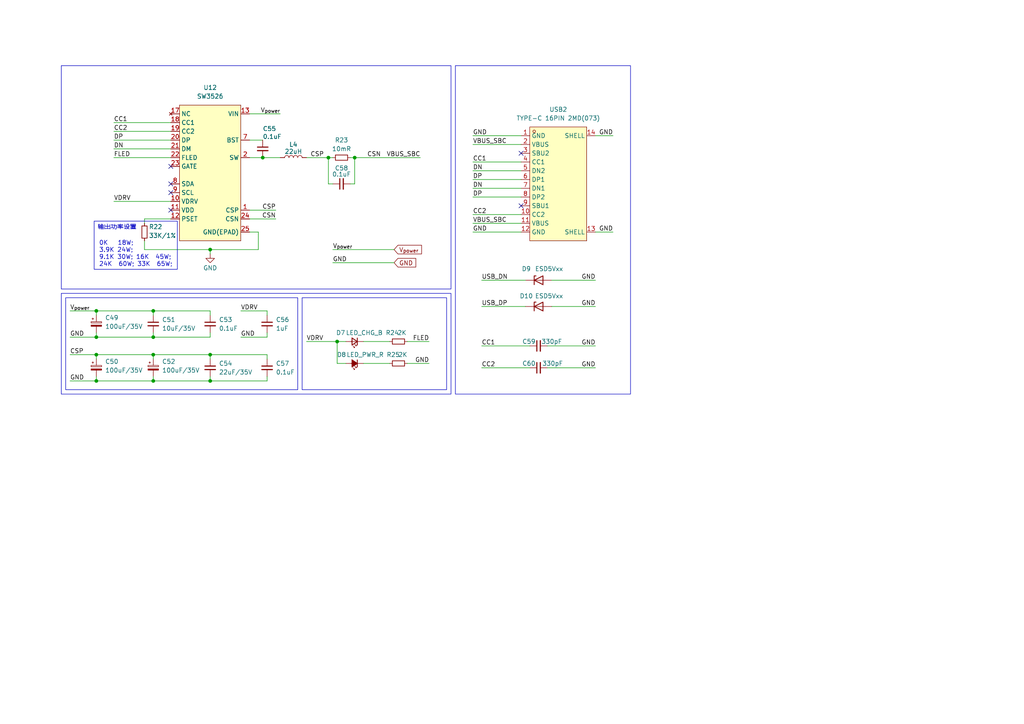
<source format=kicad_sch>
(kicad_sch (version 20231120) (generator "eeschema") (generator_version "8.0")
  (paper "A4")
  (lib_symbols
    (symbol "Device:C_Polarized_Small" (pin_numbers hide) (pin_names (offset 0.254) hide)
      (property "Reference" "C" (at 0.254 1.778 0))
      (property "Value" "C_Polarized_Small" (at 0.254 -2.032 0))
      (symbol "C_Polarized_Small_0_1"
        (rectangle (start -1.524 -0.3048) (end 1.524 -0.6858) (fill (type outline)))
        (rectangle (start -1.524 0.6858) (end 1.524 0.3048))
        (polyline (pts (xy -1.27 1.524) (xy -0.762 1.524)))
        (polyline (pts (xy -1.016 1.27) (xy -1.016 1.778)))
      )
      (symbol "C_Polarized_Small_1_1"
        (pin passive line (at 0 2.54 270) (length 1.8542) (name "~") (number "1"))
        (pin passive line (at 0 -2.54 90) (length 1.8542) (name "~") (number "2"))
      )
    )
    (symbol "Device:C_Small" (pin_numbers hide) (pin_names (offset 0.254) hide)
      (property "Reference" "C" (at 0.254 1.778 0))
      (property "Value" "C_Small" (at 0.254 -2.032 0))
      (symbol "C_Small_0_1"
        (polyline (pts (xy -1.524 -0.508) (xy 1.524 -0.508)) (stroke (width 0.3302)))
        (polyline (pts (xy -1.524 0.508) (xy 1.524 0.508)) (stroke (width 0.3048)))
      )
      (symbol "C_Small_1_1"
        (pin passive line (at 0 2.54 270) (length 2.032) (name "~") (number "1"))
        (pin passive line (at 0 -2.54 90) (length 2.032) (name "~") (number "2"))
      )
    )
    (symbol "Device:L" (pin_numbers hide) (pin_names (offset 1.016) hide)
      (property "Reference" "L" (at -1.27 0 90))
      (property "Value" "L" (at 1.905 0 90))
      (symbol "L_0_1"
        (arc (start 0 -2.54) (mid 0.6323 -1.905) (end 0 -1.27))
        (arc (start 0 -1.27) (mid 0.6323 -0.635) (end 0 0))
        (arc (start 0 0) (mid 0.6323 0.635) (end 0 1.27))
        (arc (start 0 1.27) (mid 0.6323 1.905) (end 0 2.54))
      )
      (symbol "L_1_1"
        (pin passive line (at 0 3.81 270) (length 1.27) (name "1") (number "1"))
        (pin passive line (at 0 -3.81 90) (length 1.27) (name "2") (number "2"))
      )
    )
    (symbol "Device:LED_Small" (pin_numbers hide) (pin_names (offset 0.254) hide)
      (property "Reference" "D" (at -1.27 3.175 0))
      (property "Value" "LED_Small" (at -4.445 -2.54 0))
      (symbol "LED_Small_0_1"
        (polyline (pts (xy -0.762 -1.016) (xy -0.762 1.016)) (stroke (width 0.254)))
        (polyline (pts (xy 1.016 0) (xy -0.762 0)))
        (polyline (pts (xy 0.762 -1.016) (xy -0.762 0) (xy 0.762 1.016) (xy 0.762 -1.016)) (stroke (width 0.254)))
        (polyline (pts (xy 0 0.762) (xy -0.508 1.27) (xy -0.254 1.27) (xy -0.508 1.27) (xy -0.508 1.016)))
        (polyline (pts (xy 0.508 1.27) (xy 0 1.778) (xy 0.254 1.778) (xy 0 1.778) (xy 0 1.524)))
      )
      (symbol "LED_Small_1_1"
        (pin passive line (at -2.54 0 0) (length 1.778) (name "K") (number "1"))
        (pin passive line (at 2.54 0 180) (length 1.778) (name "A") (number "2"))
      )
    )
    (symbol "Device:LED_Small_Filled" (pin_numbers hide) (pin_names (offset 0.254) hide)
      (property "Reference" "D" (at -1.27 3.175 0))
      (property "Value" "LED_Small_Filled" (at -4.445 -2.54 0))
      (symbol "LED_Small_Filled_0_1"
        (polyline (pts (xy -0.762 -1.016) (xy -0.762 1.016)) (stroke (width 0.254)))
        (polyline (pts (xy 1.016 0) (xy -0.762 0)))
        (polyline (pts (xy 0.762 -1.016) (xy -0.762 0) (xy 0.762 1.016) (xy 0.762 -1.016)) (stroke (width 0.254)) (fill (type outline)))
        (polyline (pts (xy 0 0.762) (xy -0.508 1.27) (xy -0.254 1.27) (xy -0.508 1.27) (xy -0.508 1.016)))
        (polyline (pts (xy 0.508 1.27) (xy 0 1.778) (xy 0.254 1.778) (xy 0 1.778) (xy 0 1.524)))
      )
      (symbol "LED_Small_Filled_1_1"
        (pin passive line (at -2.54 0 0) (length 1.778) (name "K") (number "1"))
        (pin passive line (at 2.54 0 180) (length 1.778) (name "A") (number "2"))
      )
    )
    (symbol "Device:R_Small" (pin_numbers hide) (pin_names (offset 0.254) hide)
      (property "Reference" "R" (at 0.762 0.508 0))
      (property "Value" "R_Small" (at 0.762 -1.016 0))
      (symbol "R_Small_0_1"
        (rectangle (start -0.762 1.778) (end 0.762 -1.778) (stroke (width 0.2032)))
      )
      (symbol "R_Small_1_1"
        (pin passive line (at 0 2.54 270) (length 0.762) (name "~") (number "1"))
        (pin passive line (at 0 -2.54 90) (length 0.762) (name "~") (number "2"))
      )
    )
    (symbol "Diode:ESD5Zxx" (pin_numbers hide) (pin_names hide)
      (property "Reference" "D" (at 0 2.54 0))
      (property "Value" "ESD5Zxx" (at 0 -2.54 0))
      (symbol "ESD5Zxx_0_1"
        (polyline (pts (xy 1.27 0) (xy -1.27 0)))
        (polyline (pts (xy -1.27 -1.27) (xy -1.27 1.27) (xy -0.762 1.27)) (stroke (width 0.254)))
        (polyline (pts (xy 1.27 -1.27) (xy 1.27 1.27) (xy -1.27 0) (xy 1.27 -1.27)) (stroke (width 0.254)))
      )
      (symbol "ESD5Zxx_1_1"
        (pin passive line (at -3.81 0 0) (length 2.54) (name "K") (number "1"))
        (pin passive line (at 3.81 0 180) (length 2.54) (name "A") (number "2"))
      )
    )
    (symbol "easyeda2kicad:SW3526"
      (property "Reference" "U" (at -8.382 21.336 0))
      (property "Value" "SW3526" (at 5.08 21.336 0))
      (symbol "SW3526_0_0"
        (pin bidirectional line (at 11.43 -10.16 180) (length 2.54) (name "CSP") (number "1"))
        (pin bidirectional line (at -11.43 -7.62 0) (length 2.54) (name "VDRV") (number "10"))
        (pin bidirectional line (at -11.43 -10.16 0) (length 2.54) (name "VDD") (number "11"))
        (pin bidirectional line (at -11.43 -12.7 0) (length 2.54) (name "PSET") (number "12"))
        (pin power_in line (at 11.43 17.78 180) (length 2.54) (name "VIN") (number "13"))
        (pin no_connect line (at -11.43 17.78 0) (length 2.54) (name "NC") (number "17"))
        (pin bidirectional line (at -11.43 15.24 0) (length 2.54) (name "CC1") (number "18"))
        (pin bidirectional line (at -11.43 12.7 0) (length 2.54) (name "CC2") (number "19"))
        (pin bidirectional line (at -11.43 10.16 0) (length 2.54) (name "DP") (number "20"))
        (pin bidirectional line (at -11.43 7.62 0) (length 2.54) (name "DM") (number "21"))
        (pin bidirectional line (at -11.43 5.08 0) (length 2.54) (name "FLED") (number "22"))
        (pin bidirectional line (at -11.43 2.54 0) (length 2.54) (name "GATE") (number "23"))
        (pin bidirectional line (at 11.43 -12.7 180) (length 2.54) (name "CSN") (number "24"))
        (pin bidirectional line (at 11.43 10.16 180) (length 2.54) (name "BST") (number "7"))
        (pin bidirectional line (at -11.43 -2.54 0) (length 2.54) (name "SDA") (number "8"))
        (pin bidirectional line (at -11.43 -5.08 0) (length 2.54) (name "SCL") (number "9"))
      )
      (symbol "SW3526_1_0"
        (pin power_in line (at 11.43 17.78 180) (length 2.54) hide (name "VIN") (number "14"))
        (pin power_in line (at 11.43 17.78 180) (length 2.54) hide (name "VIN") (number "15"))
        (pin power_in line (at 11.43 17.78 180) (length 2.54) hide (name "VIN") (number "16"))
        (pin power_out line (at 11.43 5.08 180) (length 2.54) (name "SW") (number "2"))
        (pin power_out line (at 11.43 -16.51 180) (length 2.54) (name "GND(EPAD)") (number "25"))
        (pin power_out line (at 11.43 5.08 180) (length 2.54) hide (name "SW") (number "3"))
        (pin power_out line (at 11.43 5.08 180) (length 2.54) hide (name "SW") (number "4"))
        (pin power_out line (at 11.43 5.08 180) (length 2.54) hide (name "SW") (number "5"))
        (pin power_out line (at 11.43 5.08 180) (length 2.54) hide (name "SW") (number "6"))
      )
      (symbol "SW3526_1_1"
        (rectangle (start -8.89 20.32) (end 8.89 -19.05) (fill (type background)))
      )
    )
    (symbol "easyeda2kicad:TYPE-C16PIN2MD(073)"
      (property "Reference" "USB" (at 0 19.05 0))
      (property "Value" "TYPE-C 16PIN 2MD(073)" (at 0 -19.05 0))
      (symbol "TYPE-C16PIN2MD(073)_0_1"
        (rectangle (start -8.89 16.51) (end 7.62 -16.51) (fill (type background)))
        (circle (center -7.62 15.24) (radius 0.38))
        (pin bidirectional line (at -11.43 13.97 0) (length 2.54) (name "GND") (number "1"))
        (pin bidirectional line (at -11.43 -8.89 0) (length 2.54) (name "CC2") (number "10"))
        (pin bidirectional line (at -11.43 -11.43 0) (length 2.54) (name "VBUS") (number "11"))
        (pin bidirectional line (at -11.43 -13.97 0) (length 2.54) (name "GND") (number "12"))
        (pin bidirectional line (at 10.16 -13.97 180) (length 2.54) (name "SHELL") (number "13"))
        (pin bidirectional line (at 10.16 13.97 180) (length 2.54) (name "SHELL") (number "14"))
        (pin bidirectional line (at -11.43 11.43 0) (length 2.54) (name "VBUS") (number "2"))
        (pin bidirectional line (at -11.43 8.89 0) (length 2.54) (name "SBU2") (number "3"))
        (pin bidirectional line (at -11.43 6.35 0) (length 2.54) (name "CC1") (number "4"))
        (pin bidirectional line (at -11.43 3.81 0) (length 2.54) (name "DN2") (number "5"))
        (pin bidirectional line (at -11.43 1.27 0) (length 2.54) (name "DP1") (number "6"))
        (pin bidirectional line (at -11.43 -1.27 0) (length 2.54) (name "DN1") (number "7"))
        (pin bidirectional line (at -11.43 -3.81 0) (length 2.54) (name "DP2") (number "8"))
        (pin bidirectional line (at -11.43 -6.35 0) (length 2.54) (name "SBU1") (number "9"))
      )
    )
    (symbol "power:GND" (power) (pin_numbers hide) (pin_names (offset 0) hide)
      (property "Value" "GND" (at 0 -3.81 0))
      (symbol "GND_0_1"
        (polyline (pts (xy 0 0) (xy 0 -1.27) (xy 1.27 -1.27) (xy 0 -2.54) (xy -1.27 -1.27) (xy 0 -1.27)))
      )
      (symbol "GND_1_1"
        (pin power_in line (at 0 0 270) (length 0) (name "~") (number "1"))
      )
    )
  )
  (junction (at 44.45 90.17))
  (junction (at 60.96 110.49))
  (junction (at 76.2 45.72))
  (junction (at 44.45 102.87))
  (junction (at 102.87 45.72))
  (junction (at 27.94 102.87))
  (junction (at 27.94 97.79))
  (junction (at 60.96 72.39))
  (junction (at 95.25 45.72))
  (junction (at 44.45 110.49))
  (junction (at 44.45 97.79))
  (junction (at 60.96 102.87))
  (junction (at 97.79 99.06))
  (junction (at 27.94 90.17))
  (junction (at 27.94 110.49))
  (no_connect (at 49.53 55.88))
  (no_connect (at 49.53 60.96))
  (no_connect (at 49.53 53.34))
  (no_connect (at 151.13 44.45))
  (no_connect (at 49.53 48.26))
  (no_connect (at 151.13 59.69))
  (wire (pts (xy 33.02 38.1) (xy 49.53 38.1)))
  (wire (pts (xy 97.79 99.06) (xy 100.33 99.06)))
  (wire (pts (xy 33.02 35.56) (xy 49.53 35.56)))
  (wire (pts (xy 27.94 109.22) (xy 27.94 110.49)))
  (wire (pts (xy 139.7 100.33) (xy 153.67 100.33)))
  (wire (pts (xy 158.75 100.33) (xy 172.72 100.33)))
  (wire (pts (xy 60.96 96.52) (xy 60.96 97.79)))
  (wire (pts (xy 77.47 109.22) (xy 77.47 110.49)))
  (wire (pts (xy 69.85 97.79) (xy 77.47 97.79)))
  (wire (pts (xy 20.32 90.17) (xy 27.94 90.17)))
  (wire (pts (xy 158.75 106.68) (xy 172.72 106.68)))
  (wire (pts (xy 105.41 99.06) (xy 113.03 99.06)))
  (wire (pts (xy 60.96 102.87) (xy 60.96 104.14)))
  (wire (pts (xy 101.6 45.72) (xy 102.87 45.72)))
  (wire (pts (xy 72.39 33.02) (xy 81.28 33.02)))
  (wire (pts (xy 33.02 40.64) (xy 49.53 40.64)))
  (wire (pts (xy 44.45 110.49) (xy 60.96 110.49)))
  (wire (pts (xy 44.45 90.17) (xy 60.96 90.17)))
  (wire (pts (xy 27.94 102.87) (xy 44.45 102.87)))
  (wire (pts (xy 137.16 52.07) (xy 151.13 52.07)))
  (wire (pts (xy 160.02 88.9) (xy 172.72 88.9)))
  (wire (pts (xy 172.72 39.37) (xy 177.8 39.37)))
  (wire (pts (xy 44.45 102.87) (xy 44.45 104.14)))
  (wire (pts (xy 72.39 63.5) (xy 80.01 63.5)))
  (wire (pts (xy 41.91 69.85) (xy 41.91 72.39)))
  (wire (pts (xy 27.94 110.49) (xy 44.45 110.49)))
  (wire (pts (xy 72.39 40.64) (xy 76.2 40.64)))
  (wire (pts (xy 60.96 110.49) (xy 77.47 110.49)))
  (wire (pts (xy 102.87 53.34) (xy 102.87 45.72)))
  (wire (pts (xy 96.52 53.34) (xy 95.25 53.34)))
  (wire (pts (xy 27.94 102.87) (xy 27.94 104.14)))
  (wire (pts (xy 44.45 96.52) (xy 44.45 97.79)))
  (wire (pts (xy 72.39 60.96) (xy 80.01 60.96)))
  (wire (pts (xy 96.52 76.2) (xy 114.3 76.2)))
  (wire (pts (xy 49.53 63.5) (xy 41.91 63.5)))
  (wire (pts (xy 60.96 72.39) (xy 74.93 72.39)))
  (wire (pts (xy 139.7 106.68) (xy 153.67 106.68)))
  (wire (pts (xy 95.25 45.72) (xy 95.25 53.34)))
  (wire (pts (xy 88.9 99.06) (xy 97.79 99.06)))
  (wire (pts (xy 44.45 90.17) (xy 44.45 91.44)))
  (wire (pts (xy 77.47 90.17) (xy 77.47 91.44)))
  (wire (pts (xy 101.6 53.34) (xy 102.87 53.34)))
  (wire (pts (xy 96.52 72.39) (xy 114.3 72.39)))
  (wire (pts (xy 60.96 90.17) (xy 60.96 91.44)))
  (wire (pts (xy 20.32 97.79) (xy 27.94 97.79)))
  (wire (pts (xy 27.94 96.52) (xy 27.94 97.79)))
  (wire (pts (xy 41.91 63.5) (xy 41.91 64.77)))
  (wire (pts (xy 77.47 96.52) (xy 77.47 97.79)))
  (wire (pts (xy 118.11 99.06) (xy 124.46 99.06)))
  (wire (pts (xy 27.94 90.17) (xy 27.94 91.44)))
  (wire (pts (xy 33.02 45.72) (xy 49.53 45.72)))
  (wire (pts (xy 137.16 49.53) (xy 151.13 49.53)))
  (wire (pts (xy 100.33 105.41) (xy 97.79 105.41)))
  (wire (pts (xy 60.96 109.22) (xy 60.96 110.49)))
  (wire (pts (xy 137.16 54.61) (xy 151.13 54.61)))
  (wire (pts (xy 172.72 67.31) (xy 177.8 67.31)))
  (wire (pts (xy 27.94 97.79) (xy 44.45 97.79)))
  (wire (pts (xy 20.32 110.49) (xy 27.94 110.49)))
  (wire (pts (xy 76.2 45.72) (xy 81.28 45.72)))
  (wire (pts (xy 137.16 57.15) (xy 151.13 57.15)))
  (wire (pts (xy 60.96 73.66) (xy 60.96 72.39)))
  (wire (pts (xy 72.39 45.72) (xy 76.2 45.72)))
  (wire (pts (xy 77.47 102.87) (xy 77.47 104.14)))
  (wire (pts (xy 44.45 109.22) (xy 44.45 110.49)))
  (wire (pts (xy 95.25 45.72) (xy 96.52 45.72)))
  (wire (pts (xy 137.16 64.77) (xy 151.13 64.77)))
  (wire (pts (xy 118.11 105.41) (xy 124.46 105.41)))
  (wire (pts (xy 137.16 39.37) (xy 151.13 39.37)))
  (wire (pts (xy 44.45 97.79) (xy 60.96 97.79)))
  (wire (pts (xy 44.45 102.87) (xy 60.96 102.87)))
  (wire (pts (xy 105.41 105.41) (xy 113.03 105.41)))
  (wire (pts (xy 41.91 72.39) (xy 60.96 72.39)))
  (wire (pts (xy 74.93 67.31) (xy 72.39 67.31)))
  (wire (pts (xy 139.7 81.28) (xy 152.4 81.28)))
  (wire (pts (xy 20.32 102.87) (xy 27.94 102.87)))
  (wire (pts (xy 88.9 45.72) (xy 95.25 45.72)))
  (wire (pts (xy 33.02 43.18) (xy 49.53 43.18)))
  (wire (pts (xy 139.7 88.9) (xy 152.4 88.9)))
  (wire (pts (xy 27.94 90.17) (xy 44.45 90.17)))
  (wire (pts (xy 74.93 72.39) (xy 74.93 67.31)))
  (wire (pts (xy 97.79 99.06) (xy 97.79 105.41)))
  (wire (pts (xy 160.02 81.28) (xy 172.72 81.28)))
  (wire (pts (xy 60.96 102.87) (xy 77.47 102.87)))
  (wire (pts (xy 137.16 46.99) (xy 151.13 46.99)))
  (wire (pts (xy 137.16 62.23) (xy 151.13 62.23)))
  (wire (pts (xy 137.16 41.91) (xy 151.13 41.91)))
  (wire (pts (xy 33.02 58.42) (xy 49.53 58.42)))
  (wire (pts (xy 102.87 45.72) (xy 121.92 45.72)))
  (wire (pts (xy 69.85 90.17) (xy 77.47 90.17)))
  (wire (pts (xy 137.16 67.31) (xy 151.13 67.31)))
  (text_box "" (at 19.05 86.36 0) (size 67.31 26.67) (effects (font (size 1.27 1.27)) (justify left top)))
  (text_box "" (at 87.63 86.36 0) (size 41.91 26.67) (effects (font (size 1.27 1.27)) (justify left top)))
  (text_box "输出功率设置" (at 27.305 64.135 0) (size 24.13 13.97) (effects (font (size 1.27 1.27)) (justify left top)))
  (text_box "" (at 132.08 19.05 0) (size 50.8 95.25) (effects (font (size 1.27 1.27)) (justify left top)))
  (text_box "" (at 17.78 85.09 0) (size 113.03 29.21) (effects (font (size 1.27 1.27)) (justify left top)))
  (text_box "" (at 17.78 19.05 0) (size 113.03 64.77) (effects (font (size 1.27 1.27)) (justify left top)))
  (text "0K   18W;\n3.9K 24W;\n9.1K 30W; 16K  45W;\n24K  60W; 33K  65W;" (at 28.702 73.66 0) (effects (font (size 1.27 1.27)) (justify left)))
  (label "DP" (at 137.16 52.07 0))
  (label "GND" (at 172.72 81.28 180))
  (label "FLED" (at 124.46 99.06 180))
  (label "DN" (at 137.16 49.53 0))
  (label "GND" (at 172.72 100.33 180))
  (label "DN" (at 137.16 54.61 0))
  (label "VDRV" (at 88.9 99.06 0))
  (label "GND" (at 96.52 76.2 0))
  (label "USB_DP" (at 139.7 88.9 0))
  (label "CC2" (at 33.02 38.1 0))
  (label "USB_DN" (at 139.7 81.28 0))
  (label "GND" (at 137.16 39.37 0))
  (label "GND" (at 137.16 67.31 0))
  (label "GND" (at 124.46 105.41 180))
  (label "FLED" (at 33.02 45.72 0))
  (label "V_{power}" (at 20.32 90.17 0) (effects (font (thickness 0.1588))))
  (label "VBUS_SBC" (at 137.16 64.77 0))
  (label "GND" (at 69.85 97.79 0))
  (label "GND" (at 177.8 39.37 180))
  (label "GND" (at 20.32 97.79 0))
  (label "V_{power}" (at 81.28 33.02 180) (effects (font (thickness 0.1588))))
  (label "CC2" (at 137.16 62.23 0))
  (label "VDRV" (at 69.85 90.17 0))
  (label "V_{power}" (at 96.52 72.39 0) (effects (font (thickness 0.1588))))
  (label "DP" (at 33.02 40.64 0))
  (label "CSP" (at 80.01 60.96 180))
  (label "CC1" (at 139.7 100.33 0))
  (label "CSN" (at 80.01 63.5 180))
  (label "VDRV" (at 33.02 58.42 0))
  (label "VBUS_SBC" (at 121.92 45.72 180))
  (label "DP" (at 137.16 57.15 0))
  (label "CSP" (at 20.32 102.87 0))
  (label "CC2" (at 139.7 106.68 0))
  (label "GND" (at 20.32 110.49 0))
  (label "DN" (at 33.02 43.18 0))
  (label "GND" (at 172.72 106.68 180))
  (label "CSP" (at 93.98 45.72 180))
  (label "GND" (at 172.72 88.9 180))
  (label "VBUS_SBC" (at 137.16 41.91 0))
  (label "GND" (at 177.8 67.31 180))
  (label "CC1" (at 137.16 46.99 0))
  (label "CSN" (at 110.49 45.72 180))
  (label "CC1" (at 33.02 35.56 0))
  (global_label "V_{power}" (shape input) (at 114.3 72.39 0) (property "Intersheetrefs" "${INTERSHEET_REFS}" (effects (hide yes))))
  (global_label "GND" (shape input) (at 114.3 76.2 0) (property "Intersheetrefs" "${INTERSHEET_REFS}" (effects (hide yes))))
  (symbol (lib_id "Device:R_Small") (at 41.91 67.31 0) (unit 1)
    (property "Reference" "R22" (at 43.18 65.786 0) (effects (justify left)))
    (property "Value" "33K/1%" (at 43.18 68.326 0) (effects (justify left)))
    (property "Footprint" "Resistor_SMD:R_0402_1005Metric" (effects (hide yes)))
    (property "Description" "Resistor, small symbol" (effects (hide yes)))
  )
  (symbol (lib_id "easyeda2kicad:SW3526") (at 60.96 50.8 0) (unit 1)
    (property "Reference" "U12" (at 60.96 25.4 0))
    (property "Value" "SW3526" (at 60.96 27.94 0))
    (property "Footprint" "Package_DFN_QFN:QFN-24-1EP_4x4mm_P0.5mm_EP2.5x2.5mm" (effects (hide yes)))
  )
  (symbol (lib_id "Device:C_Small") (at 156.21 100.33 90) (unit 1)
    (property "Reference" "C59" (at 153.416 99.06 90))
    (property "Value" "330pF" (at 160.02 99.06 90))
    (property "Footprint" "Capacitor_SMD:C_0402_1005Metric" (effects (hide yes)))
    (property "Description" "Unpolarized capacitor, small symbol" (effects (hide yes)))
  )
  (symbol (lib_id "Device:C_Small") (at 156.21 106.68 90) (unit 1)
    (property "Reference" "C60" (at 153.416 105.41 90))
    (property "Value" "330pF" (at 160.274 105.41 90))
    (property "Footprint" "Capacitor_SMD:C_0402_1005Metric" (effects (hide yes)))
    (property "Description" "Unpolarized capacitor, small symbol" (effects (hide yes)))
  )
  (symbol (lib_id "easyeda2kicad:TYPE-C16PIN2MD(073)") (at 162.56 53.34 0) (unit 1)
    (property "Reference" "USB2" (at 161.925 31.75 0))
    (property "Value" "TYPE-C 16PIN 2MD(073)" (at 161.925 34.29 0))
    (property "Footprint" "easyeda2kicad:USB-C-SMD_TYPE-C-6PIN-2MD-073" (effects (hide yes)))
    (property "Manufacturer" "SHOU HAN(首韩)" (effects (hide yes)))
    (property "LCSC Part" "C2765186" (effects (hide yes)))
    (property "JLC Part" "Extended Part" (effects (hide yes)))
  )
  (symbol (lib_id "Device:LED_Small_Filled") (at 102.87 105.41 180) (unit 1)
    (property "Reference" "D8" (at 99.06 102.87 0))
    (property "Value" "LED_PWR_R" (at 105.918 102.87 0))
    (property "Footprint" "LED_SMD:LED_0402_1005Metric" (effects (hide yes)))
    (property "Description" "Light emitting diode, small symbol, filled shape" (effects (hide yes)))
  )
  (symbol (lib_id "Device:C_Small") (at 77.47 106.68 0) (unit 1)
    (property "Reference" "C57" (at 80.01 105.4162 0) (effects (justify left)))
    (property "Value" "0.1uF" (at 80.01 107.9562 0) (effects (justify left)))
    (property "Footprint" "Capacitor_SMD:C_0603_1608Metric" (effects (hide yes)))
    (property "Description" "Unpolarized capacitor, small symbol" (effects (hide yes)))
  )
  (symbol (lib_id "Device:R_Small") (at 115.57 105.41 90) (unit 1)
    (property "Reference" "R25" (at 114.046 102.87 90))
    (property "Value" "2K" (at 116.84 102.87 90))
    (property "Footprint" "Resistor_SMD:R_0402_1005Metric" (effects (hide yes)))
    (property "Description" "Resistor, small symbol" (effects (hide yes)))
  )
  (symbol (lib_id "Diode:ESD5Zxx") (at 156.21 81.28 0) (unit 1)
    (property "Reference" "D9" (at 152.654 77.978 0))
    (property "Value" "ESD5Vxx" (at 159.258 77.978 0))
    (property "Footprint" "Diode_SMD:D_SOD-523" (effects (hide yes)))
    (property "Datasheet" "https://www.onsemi.com/pdf/datasheet/esd5z2.5t1-d.pdf" (effects (hide yes)))
    (property "Description" "ESD Protection Diode, SOD-523" (effects (hide yes)))
  )
  (symbol (lib_id "Device:C_Small") (at 99.06 53.34 90) (unit 1)
    (property "Reference" "C58" (at 99.06 48.768 90))
    (property "Value" "0.1uF" (at 99.06 50.546 90))
    (property "Footprint" "Capacitor_SMD:C_0603_1608Metric" (effects (hide yes)))
    (property "Description" "Unpolarized capacitor, small symbol" (effects (hide yes)))
  )
  (symbol (lib_id "Device:R_Small") (at 115.57 99.06 90) (unit 1)
    (property "Reference" "R24" (at 113.792 96.52 90))
    (property "Value" "2K" (at 116.586 96.52 90))
    (property "Footprint" "Resistor_SMD:R_0402_1005Metric" (effects (hide yes)))
    (property "Description" "Resistor, small symbol" (effects (hide yes)))
  )
  (symbol (lib_id "Device:R_Small") (at 99.06 45.72 90) (unit 1)
    (property "Reference" "R23" (at 99.06 40.64 90))
    (property "Value" "10mR" (at 99.06 43.18 90))
    (property "Footprint" "Resistor_SMD:R_0805_2012Metric" (effects (hide yes)))
    (property "Description" "Resistor, small symbol" (effects (hide yes)))
  )
  (symbol (lib_id "Device:C_Polarized_Small") (at 27.94 93.98 0) (unit 1)
    (property "Reference" "C49" (at 30.48 92.1638 0) (effects (justify left)))
    (property "Value" "100uF/35V" (at 30.48 94.7038 0) (effects (justify left)))
    (property "Footprint" "Capacitor_SMD:CP_Elec_6.3x7.7" (effects (hide yes)))
    (property "Description" "Polarized capacitor, small symbol" (effects (hide yes)))
  )
  (symbol (lib_id "Device:C_Small") (at 60.96 93.98 0) (unit 1)
    (property "Reference" "C53" (at 63.5 92.7162 0) (effects (justify left)))
    (property "Value" "0.1uF" (at 63.5 95.2562 0) (effects (justify left)))
    (property "Footprint" "Capacitor_SMD:C_0603_1608Metric" (effects (hide yes)))
    (property "Description" "Unpolarized capacitor, small symbol" (effects (hide yes)))
  )
  (symbol (lib_id "Device:C_Polarized_Small") (at 27.94 106.68 0) (unit 1)
    (property "Reference" "C50" (at 30.48 104.8638 0) (effects (justify left)))
    (property "Value" "100uF/35V" (at 30.48 107.4038 0) (effects (justify left)))
    (property "Footprint" "Capacitor_SMD:CP_Elec_6.3x7.7" (effects (hide yes)))
    (property "Description" "Polarized capacitor, small symbol" (effects (hide yes)))
  )
  (symbol (lib_id "power:GND") (at 60.96 73.66 0) (unit 1)
    (property "Reference" "#PWR12" (effects (hide yes)))
    (property "Value" "GND" (at 60.96 77.724 0))
    (property "Description" "Power symbol creates a global label with name \"GND\" , ground" (effects (hide yes)))
  )
  (symbol (lib_id "Device:C_Small") (at 76.2 43.18 0) (unit 1)
    (property "Reference" "C55" (at 76.2 37.338 0) (effects (justify left)))
    (property "Value" "0.1uF" (at 76.2 39.624 0) (effects (justify left)))
    (property "Footprint" "Capacitor_SMD:C_0603_1608Metric" (effects (hide yes)))
    (property "Description" "Unpolarized capacitor, small symbol" (effects (hide yes)))
  )
  (symbol (lib_id "Device:C_Polarized_Small") (at 44.45 106.68 0) (unit 1)
    (property "Reference" "C52" (at 46.99 104.8638 0) (effects (justify left)))
    (property "Value" "100uF/35V" (at 46.99 107.4038 0) (effects (justify left)))
    (property "Footprint" "Capacitor_SMD:CP_Elec_6.3x7.7" (effects (hide yes)))
    (property "Description" "Polarized capacitor, small symbol" (effects (hide yes)))
  )
  (symbol (lib_id "Device:LED_Small") (at 102.87 99.06 180) (unit 1)
    (property "Reference" "D7" (at 98.806 96.52 0))
    (property "Value" "LED_CHG_B" (at 105.664 96.52 0))
    (property "Footprint" "LED_SMD:LED_0402_1005Metric" (effects (hide yes)))
    (property "Description" "Light emitting diode, small symbol" (effects (hide yes)))
  )
  (symbol (lib_id "Device:C_Small") (at 77.47 93.98 0) (unit 1)
    (property "Reference" "C56" (at 80.01 92.7162 0) (effects (justify left)))
    (property "Value" "1uF" (at 80.01 95.2562 0) (effects (justify left)))
    (property "Footprint" "Capacitor_SMD:C_0603_1608Metric" (effects (hide yes)))
    (property "Description" "Unpolarized capacitor, small symbol" (effects (hide yes)))
  )
  (symbol (lib_id "Device:C_Small") (at 44.45 93.98 0) (unit 1)
    (property "Reference" "C51" (at 46.99 92.7162 0) (effects (justify left)))
    (property "Value" "10uF/35V" (at 46.99 95.2562 0) (effects (justify left)))
    (property "Footprint" "Capacitor_SMD:CP_Elec_4x5.4" (effects (hide yes)))
    (property "Description" "Unpolarized capacitor, small symbol" (effects (hide yes)))
  )
  (symbol (lib_id "Diode:ESD5Zxx") (at 156.21 88.9 0) (unit 1)
    (property "Reference" "D10" (at 152.654 85.852 0))
    (property "Value" "ESD5Vxx" (at 159.258 85.852 0))
    (property "Footprint" "Diode_SMD:D_SOD-523" (effects (hide yes)))
    (property "Datasheet" "https://www.onsemi.com/pdf/datasheet/esd5z2.5t1-d.pdf" (effects (hide yes)))
    (property "Description" "ESD Protection Diode, SOD-523" (effects (hide yes)))
  )
  (symbol (lib_id "Device:L") (at 85.09 45.72 90) (unit 1)
    (property "Reference" "L4" (at 85.09 41.91 90))
    (property "Value" "22uH" (at 85.09 43.942 90))
    (property "Footprint" "Inductor_SMD:L_APV_APH1040" (effects (hide yes)))
    (property "Description" "Inductor" (effects (hide yes)))
  )
  (symbol (lib_id "Device:C_Small") (at 60.96 106.68 0) (unit 1)
    (property "Reference" "C54" (at 63.5 105.4162 0) (effects (justify left)))
    (property "Value" "22uF/35V" (at 63.5 107.9562 0) (effects (justify left)))
    (property "Footprint" "Capacitor_SMD:CP_Elec_5x5.4" (effects (hide yes)))
    (property "Description" "Unpolarized capacitor, small symbol" (effects (hide yes)))
  )
)
</source>
